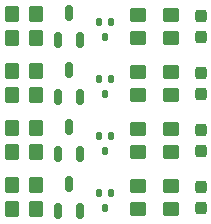
<source format=gbr>
%TF.GenerationSoftware,KiCad,Pcbnew,9.0.6-9.0.6~ubuntu24.04.1*%
%TF.CreationDate,2026-01-17T19:07:13-03:00*%
%TF.ProjectId,cotti_leds,636f7474-695f-46c6-9564-732e6b696361,0.0*%
%TF.SameCoordinates,Original*%
%TF.FileFunction,Paste,Top*%
%TF.FilePolarity,Positive*%
%FSLAX46Y46*%
G04 Gerber Fmt 4.6, Leading zero omitted, Abs format (unit mm)*
G04 Created by KiCad (PCBNEW 9.0.6-9.0.6~ubuntu24.04.1) date 2026-01-17 19:07:13*
%MOMM*%
%LPD*%
G01*
G04 APERTURE LIST*
G04 Aperture macros list*
%AMRoundRect*
0 Rectangle with rounded corners*
0 $1 Rounding radius*
0 $2 $3 $4 $5 $6 $7 $8 $9 X,Y pos of 4 corners*
0 Add a 4 corners polygon primitive as box body*
4,1,4,$2,$3,$4,$5,$6,$7,$8,$9,$2,$3,0*
0 Add four circle primitives for the rounded corners*
1,1,$1+$1,$2,$3*
1,1,$1+$1,$4,$5*
1,1,$1+$1,$6,$7*
1,1,$1+$1,$8,$9*
0 Add four rect primitives between the rounded corners*
20,1,$1+$1,$2,$3,$4,$5,0*
20,1,$1+$1,$4,$5,$6,$7,0*
20,1,$1+$1,$6,$7,$8,$9,0*
20,1,$1+$1,$8,$9,$2,$3,0*%
G04 Aperture macros list end*
%ADD10RoundRect,0.250000X0.350000X0.450000X-0.350000X0.450000X-0.350000X-0.450000X0.350000X-0.450000X0*%
%ADD11RoundRect,0.250000X0.450000X-0.350000X0.450000X0.350000X-0.450000X0.350000X-0.450000X-0.350000X0*%
%ADD12RoundRect,0.250000X-0.350000X-0.450000X0.350000X-0.450000X0.350000X0.450000X-0.350000X0.450000X0*%
%ADD13RoundRect,0.237500X0.237500X-0.287500X0.237500X0.287500X-0.237500X0.287500X-0.237500X-0.287500X0*%
%ADD14RoundRect,0.150000X0.150000X-0.512500X0.150000X0.512500X-0.150000X0.512500X-0.150000X-0.512500X0*%
%ADD15RoundRect,0.125000X-0.125000X0.175000X-0.125000X-0.175000X0.125000X-0.175000X0.125000X0.175000X0*%
G04 APERTURE END LIST*
D10*
%TO.C,R8*%
X140954000Y-103632000D03*
X138954000Y-103632000D03*
%TD*%
D11*
%TO.C,R10*%
X152400000Y-105648000D03*
X152400000Y-103648000D03*
%TD*%
D12*
%TO.C,R3*%
X138954000Y-110490000D03*
X140954000Y-110490000D03*
%TD*%
%TO.C,R1*%
X138954000Y-100838000D03*
X140954000Y-100838000D03*
%TD*%
D11*
%TO.C,R15*%
X149606000Y-115300000D03*
X149606000Y-113300000D03*
%TD*%
D10*
%TO.C,R5*%
X140954000Y-98806000D03*
X138954000Y-98806000D03*
%TD*%
D11*
%TO.C,R7*%
X152400000Y-100822000D03*
X152400000Y-98822000D03*
%TD*%
%TO.C,R13*%
X152400000Y-110474000D03*
X152400000Y-108474000D03*
%TD*%
D13*
%TO.C,D1*%
X154940000Y-100697000D03*
X154940000Y-98947000D03*
%TD*%
D12*
%TO.C,R4*%
X138954000Y-115316000D03*
X140954000Y-115316000D03*
%TD*%
D14*
%TO.C,Q3*%
X142814000Y-105785500D03*
X144714000Y-105785500D03*
X143764000Y-103510500D03*
%TD*%
%TO.C,Q5*%
X142814000Y-110611500D03*
X144714000Y-110611500D03*
X143764000Y-108336500D03*
%TD*%
D15*
%TO.C,Q2*%
X147312000Y-99426000D03*
X146312000Y-99426000D03*
X146812000Y-100726000D03*
%TD*%
D10*
%TO.C,R14*%
X140954000Y-113284000D03*
X138954000Y-113284000D03*
%TD*%
D13*
%TO.C,D2*%
X154940000Y-105523000D03*
X154940000Y-103773000D03*
%TD*%
D15*
%TO.C,Q8*%
X147312000Y-113904000D03*
X146312000Y-113904000D03*
X146812000Y-115204000D03*
%TD*%
%TO.C,Q4*%
X147312000Y-104252000D03*
X146312000Y-104252000D03*
X146812000Y-105552000D03*
%TD*%
D11*
%TO.C,R16*%
X152400000Y-115300000D03*
X152400000Y-113300000D03*
%TD*%
%TO.C,R6*%
X149606000Y-100822000D03*
X149606000Y-98822000D03*
%TD*%
D13*
%TO.C,D3*%
X154940000Y-110349000D03*
X154940000Y-108599000D03*
%TD*%
D14*
%TO.C,Q1*%
X142814000Y-100959500D03*
X144714000Y-100959500D03*
X143764000Y-98684500D03*
%TD*%
D13*
%TO.C,D4*%
X154940000Y-115175000D03*
X154940000Y-113425000D03*
%TD*%
D10*
%TO.C,R11*%
X140954000Y-108458000D03*
X138954000Y-108458000D03*
%TD*%
D12*
%TO.C,R2*%
X138954000Y-105664000D03*
X140954000Y-105664000D03*
%TD*%
D15*
%TO.C,Q6*%
X147312000Y-109078000D03*
X146312000Y-109078000D03*
X146812000Y-110378000D03*
%TD*%
D14*
%TO.C,Q7*%
X142814000Y-115437500D03*
X144714000Y-115437500D03*
X143764000Y-113162500D03*
%TD*%
D11*
%TO.C,R9*%
X149606000Y-105648000D03*
X149606000Y-103648000D03*
%TD*%
%TO.C,R12*%
X149606000Y-110474000D03*
X149606000Y-108474000D03*
%TD*%
M02*

</source>
